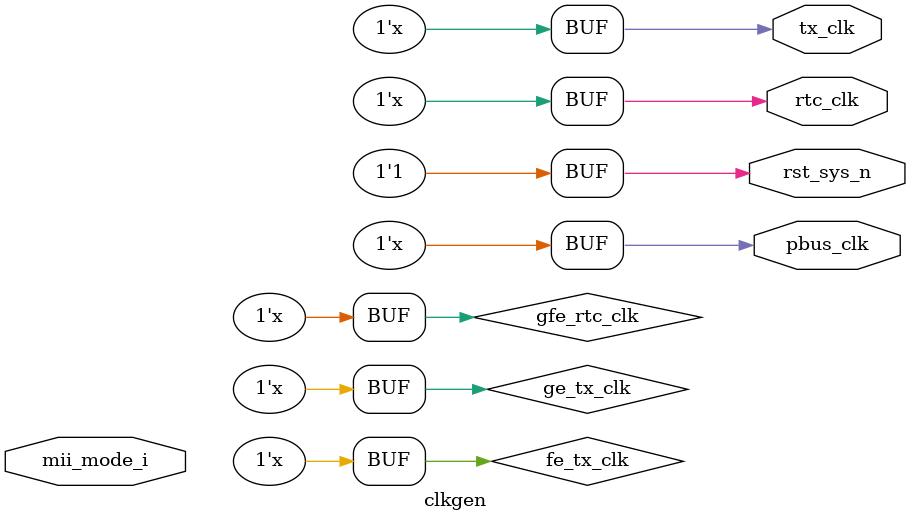
<source format=v>

/*+
 * Copyright (c) 2022-2023 Zhengde
 * 
 * All rights reserved.
 * 
 * Redistribution and use in source and binary forms, with or without
 * modification, are permitted provided that the following conditions are met:
 * 
 * 1 Redistributions of source code must retain the above copyright notice, this
 *   list of conditions and the following disclaimer.
 * 
 * 2 Redistributions in binary form must reproduce the above copyright notice,
 *   this list of conditions and the following disclaimer in the documentation
 *   and/or other materials provided with the distribution.
 * 
 * 3 Neither the name of the copyright holder nor the names of its
 *   contributors may be used to endorse or promote products derived from
 *   this software without specific prior written permission.
 * 
 * THIS SOFTWARE IS PROVIDED BY THE COPYRIGHT HOLDERS AND CONTRIBUTORS "AS IS"
 * AND ANY EXPRESS OR IMPLIED WARRANTIES, INCLUDING, BUT NOT LIMITED TO, THE
 * IMPLIED WARRANTIES OF MERCHANTABILITY AND FITNESS FOR A PARTICULAR PURPOSE ARE
 * DISCLAIMED. IN NO EVENT SHALL THE COPYRIGHT HOLDER OR CONTRIBUTORS BE LIABLE
 * FOR ANY DIRECT, INDIRECT, INCIDENTAL, SPECIAL, EXEMPLARY, OR CONSEQUENTIAL
 * DAMAGES (INCLUDING, BUT NOT LIMITED TO, PROCUREMENT OF SUBSTITUTE GOODS OR
 * SERVICES; LOSS OF USE, DATA, OR PROFITS; OR BUSINESS INTERRUPTION) HOWEVER
 * CAUSED AND ON ANY THEORY OF LIABILITY, WHETHER IN CONTRACT, STRICT LIABILITY,
 * OR TORT (INCLUDING NEGLIGENCE OR OTHERWISE) ARISING IN ANY WAY OUT OF THE USE
 * OF THIS SOFTWARE, EVEN IF ADVISED OF THE POSSIBILITY OF SUCH DAMAGE.
-*/

/*+
 * clock and reset generation
-*/

`include "ptpv2_defines.v"

module clkgen (
    input        mii_mode_i,

    output       rtc_clk,
    output       tx_clk,
    output reg   pbus_clk,
    output reg   rst_sys_n
);
    parameter    T_PBUS_CLK    = 40,
                 T_RTC_CLK     = 8,
                 T_GE_TX_CLK   = 8,
                 T_FE_TX_CLK   = 40;

    reg ge_tx_clk, fe_tx_clk;
    reg gfe_rtc_clk;
    
    //initialization
    initial begin
        ge_tx_clk   = 0;
        fe_tx_clk   = 0;
        gfe_rtc_clk = 0;

        pbus_clk    = 0;
        rst_sys_n   = 1;
    end
    
    //reset generation
    task reset;
        begin
            #55
            rst_sys_n    = 0;
            
            #(40*5000);
 
            #355 
            rst_sys_n    = 1;
        end
    endtask 

    // clock generation
    always #(T_PBUS_CLK/2)  pbus_clk    = ~pbus_clk;

    always #(T_RTC_CLK/2)   gfe_rtc_clk = ~gfe_rtc_clk;

    always #(T_GE_TX_CLK/2) ge_tx_clk = ~ge_tx_clk;         
    
    always #(T_FE_TX_CLK/2) fe_tx_clk = ~fe_tx_clk;         


    assign rtc_clk = gfe_rtc_clk;
    assign tx_clk  = (mii_mode_i == 1'b0) ? ge_tx_clk : fe_tx_clk;
endmodule


</source>
